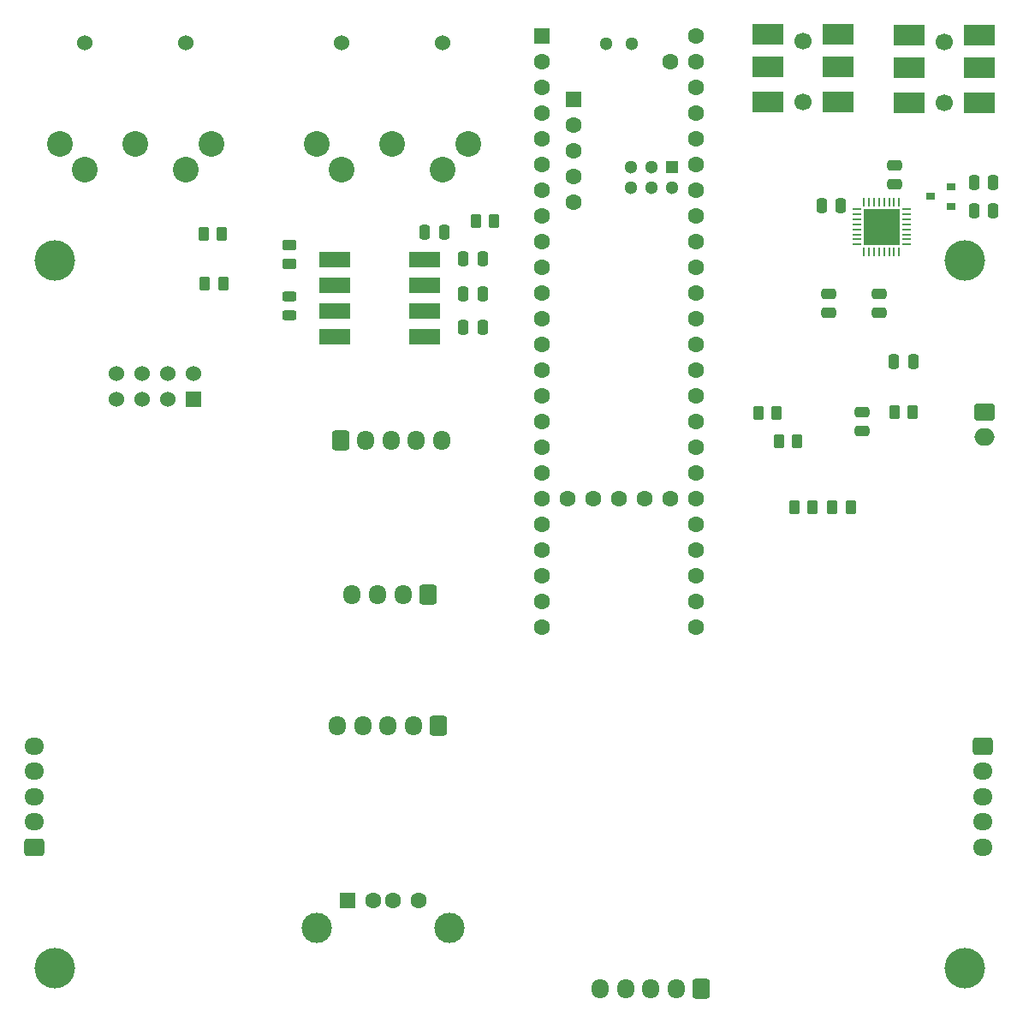
<source format=gbr>
%TF.GenerationSoftware,KiCad,Pcbnew,(6.0.1)*%
%TF.CreationDate,2022-04-22T15:57:16+02:00*%
%TF.ProjectId,BuitPCB,42756974-5043-4422-9e6b-696361645f70,rev?*%
%TF.SameCoordinates,Original*%
%TF.FileFunction,Soldermask,Top*%
%TF.FilePolarity,Negative*%
%FSLAX46Y46*%
G04 Gerber Fmt 4.6, Leading zero omitted, Abs format (unit mm)*
G04 Created by KiCad (PCBNEW (6.0.1)) date 2022-04-22 15:57:16*
%MOMM*%
%LPD*%
G01*
G04 APERTURE LIST*
G04 Aperture macros list*
%AMRoundRect*
0 Rectangle with rounded corners*
0 $1 Rounding radius*
0 $2 $3 $4 $5 $6 $7 $8 $9 X,Y pos of 4 corners*
0 Add a 4 corners polygon primitive as box body*
4,1,4,$2,$3,$4,$5,$6,$7,$8,$9,$2,$3,0*
0 Add four circle primitives for the rounded corners*
1,1,$1+$1,$2,$3*
1,1,$1+$1,$4,$5*
1,1,$1+$1,$6,$7*
1,1,$1+$1,$8,$9*
0 Add four rect primitives between the rounded corners*
20,1,$1+$1,$2,$3,$4,$5,0*
20,1,$1+$1,$4,$5,$6,$7,0*
20,1,$1+$1,$6,$7,$8,$9,0*
20,1,$1+$1,$8,$9,$2,$3,0*%
G04 Aperture macros list end*
%ADD10R,1.600000X1.600000*%
%ADD11C,1.600000*%
%ADD12R,1.300000X1.300000*%
%ADD13C,1.300000*%
%ADD14RoundRect,0.250000X-0.250000X-0.475000X0.250000X-0.475000X0.250000X0.475000X-0.250000X0.475000X0*%
%ADD15RoundRect,0.243750X-0.456250X0.243750X-0.456250X-0.243750X0.456250X-0.243750X0.456250X0.243750X0*%
%ADD16C,1.700000*%
%ADD17R,3.150000X2.000000*%
%ADD18RoundRect,0.250000X0.600000X0.725000X-0.600000X0.725000X-0.600000X-0.725000X0.600000X-0.725000X0*%
%ADD19O,1.700000X1.950000*%
%ADD20RoundRect,0.250000X0.450000X-0.262500X0.450000X0.262500X-0.450000X0.262500X-0.450000X-0.262500X0*%
%ADD21RoundRect,0.250000X0.262500X0.450000X-0.262500X0.450000X-0.262500X-0.450000X0.262500X-0.450000X0*%
%ADD22R,3.100000X1.600000*%
%ADD23RoundRect,0.062500X0.337500X0.062500X-0.337500X0.062500X-0.337500X-0.062500X0.337500X-0.062500X0*%
%ADD24RoundRect,0.062500X0.062500X0.337500X-0.062500X0.337500X-0.062500X-0.337500X0.062500X-0.337500X0*%
%ADD25R,3.600000X3.600000*%
%ADD26RoundRect,0.250000X0.725000X-0.600000X0.725000X0.600000X-0.725000X0.600000X-0.725000X-0.600000X0*%
%ADD27O,1.950000X1.700000*%
%ADD28C,1.524000*%
%ADD29C,2.540000*%
%ADD30C,3.000000*%
%ADD31R,0.900000X0.800000*%
%ADD32RoundRect,0.250000X0.475000X-0.250000X0.475000X0.250000X-0.475000X0.250000X-0.475000X-0.250000X0*%
%ADD33RoundRect,0.250000X-0.475000X0.250000X-0.475000X-0.250000X0.475000X-0.250000X0.475000X0.250000X0*%
%ADD34RoundRect,0.250000X-0.750000X0.600000X-0.750000X-0.600000X0.750000X-0.600000X0.750000X0.600000X0*%
%ADD35O,2.000000X1.700000*%
%ADD36RoundRect,0.250000X-0.262500X-0.450000X0.262500X-0.450000X0.262500X0.450000X-0.262500X0.450000X0*%
%ADD37RoundRect,0.250000X-0.725000X0.600000X-0.725000X-0.600000X0.725000X-0.600000X0.725000X0.600000X0*%
%ADD38R,1.524000X1.524000*%
%ADD39RoundRect,0.250000X0.250000X0.475000X-0.250000X0.475000X-0.250000X-0.475000X0.250000X-0.475000X0*%
%ADD40C,4.000000*%
%ADD41RoundRect,0.250000X-0.600000X-0.725000X0.600000X-0.725000X0.600000X0.725000X-0.600000X0.725000X0*%
G04 APERTURE END LIST*
D10*
%TO.C,U1*%
X153252200Y-52853800D03*
D11*
X153252200Y-55393800D03*
X153252200Y-57933800D03*
X153252200Y-60473800D03*
X153252200Y-63013800D03*
X153252200Y-65553800D03*
X153252200Y-68093800D03*
X153252200Y-70633800D03*
X153252200Y-73173800D03*
X153252200Y-75713800D03*
X153252200Y-78253800D03*
X153252200Y-80793800D03*
X153252200Y-83333800D03*
X153252200Y-85873800D03*
X153252200Y-88413800D03*
X153252200Y-90953800D03*
X153252200Y-93493800D03*
X153252200Y-96033800D03*
X153252200Y-98573800D03*
X153252200Y-101113800D03*
X153252200Y-103653800D03*
X153252200Y-106193800D03*
X153252200Y-108733800D03*
X153252200Y-111273800D03*
X168492200Y-111273800D03*
X168492200Y-108733800D03*
X168492200Y-106193800D03*
X168492200Y-103653800D03*
X168492200Y-101113800D03*
X168492200Y-98573800D03*
X168492200Y-96033800D03*
X168492200Y-93493800D03*
X168492200Y-90953800D03*
X168492200Y-88413800D03*
X168492200Y-85873800D03*
X168492200Y-83333800D03*
X168492200Y-80793800D03*
X168492200Y-78253800D03*
X168492200Y-75713800D03*
X168492200Y-73173800D03*
X168492200Y-70633800D03*
X168492200Y-68093800D03*
X168492200Y-65553800D03*
X168492200Y-63013800D03*
X168492200Y-60473800D03*
X168492200Y-57933800D03*
X168492200Y-55393800D03*
X168492200Y-52853800D03*
X165952200Y-55393800D03*
X155792200Y-98573800D03*
X158332200Y-98573800D03*
X160872200Y-98573800D03*
X163412200Y-98573800D03*
X165952200Y-98573800D03*
D10*
X156303000Y-59153000D03*
D11*
X156303000Y-61693000D03*
X156303000Y-64233000D03*
X156303000Y-66773000D03*
X156303000Y-69313000D03*
D12*
X166053800Y-65823800D03*
D13*
X164053800Y-65823800D03*
X162053800Y-65823800D03*
X162053800Y-67823800D03*
X164053800Y-67823800D03*
X166053800Y-67823800D03*
X162142200Y-53583800D03*
X159602200Y-53583800D03*
%TD*%
D14*
%TO.C,C1*%
X141637000Y-72234000D03*
X143537000Y-72234000D03*
%TD*%
%TO.C,C2*%
X195961000Y-70104000D03*
X197861000Y-70104000D03*
%TD*%
%TO.C,C3*%
X195961000Y-67310000D03*
X197861000Y-67310000D03*
%TD*%
D15*
%TO.C,D1*%
X128270000Y-78564500D03*
X128270000Y-80439500D03*
%TD*%
D16*
%TO.C,J4*%
X179000000Y-53376000D03*
X179000000Y-59376000D03*
D17*
X182475000Y-55876000D03*
X175525000Y-55876000D03*
X182475000Y-52676000D03*
X175525000Y-52676000D03*
X175525000Y-59376000D03*
X182475000Y-59376000D03*
%TD*%
D18*
%TO.C,J11*%
X141952000Y-108048000D03*
D19*
X139452000Y-108048000D03*
X136952000Y-108048000D03*
X134452000Y-108048000D03*
%TD*%
D20*
%TO.C,R1*%
X128270000Y-75334500D03*
X128270000Y-73509500D03*
%TD*%
D21*
%TO.C,R3*%
X121562500Y-72390000D03*
X119737500Y-72390000D03*
%TD*%
D22*
%TO.C,U2*%
X132715000Y-74930000D03*
X132715000Y-77470000D03*
X132715000Y-80010000D03*
X132715000Y-82550000D03*
X141605000Y-82550000D03*
X141605000Y-80010000D03*
X141605000Y-77470000D03*
X141605000Y-74930000D03*
%TD*%
D23*
%TO.C,U4*%
X189250000Y-73450000D03*
X189250000Y-72950000D03*
X189250000Y-72450000D03*
X189250000Y-71950000D03*
X189250000Y-71450000D03*
X189250000Y-70950000D03*
X189250000Y-70450000D03*
X189250000Y-69950000D03*
D24*
X188550000Y-69250000D03*
X188050000Y-69250000D03*
X187550000Y-69250000D03*
X187050000Y-69250000D03*
X186550000Y-69250000D03*
X186050000Y-69250000D03*
X185550000Y-69250000D03*
X185050000Y-69250000D03*
D23*
X184350000Y-69950000D03*
X184350000Y-70450000D03*
X184350000Y-70950000D03*
X184350000Y-71450000D03*
X184350000Y-71950000D03*
X184350000Y-72450000D03*
X184350000Y-72950000D03*
X184350000Y-73450000D03*
D24*
X185050000Y-74150000D03*
X185550000Y-74150000D03*
X186050000Y-74150000D03*
X186550000Y-74150000D03*
X187050000Y-74150000D03*
X187550000Y-74150000D03*
X188050000Y-74150000D03*
X188550000Y-74150000D03*
D25*
X186800000Y-71700000D03*
%TD*%
D26*
%TO.C,J5*%
X103000000Y-133000000D03*
D27*
X103000000Y-130500000D03*
X103000000Y-128000000D03*
X103000000Y-125500000D03*
X103000000Y-123000000D03*
%TD*%
D18*
%TO.C,J9*%
X169000000Y-147000000D03*
D19*
X166500000Y-147000000D03*
X164000000Y-147000000D03*
X161500000Y-147000000D03*
X159000000Y-147000000D03*
%TD*%
D18*
%TO.C,J12*%
X143000000Y-121000000D03*
D19*
X140500000Y-121000000D03*
X138000000Y-121000000D03*
X135500000Y-121000000D03*
X133000000Y-121000000D03*
%TD*%
D28*
%TO.C,J2*%
X118030000Y-53535000D03*
X108030000Y-53535000D03*
D29*
X120530000Y-63535000D03*
X118030000Y-66035000D03*
X113030000Y-63535000D03*
X108030000Y-66035000D03*
X105530000Y-63535000D03*
%TD*%
D10*
%TO.C,J3*%
X134000000Y-138253000D03*
D11*
X136500000Y-138253000D03*
X138500000Y-138253000D03*
X141000000Y-138253000D03*
D30*
X144070000Y-140963000D03*
X130930000Y-140963000D03*
%TD*%
D31*
%TO.C,U3*%
X193643000Y-69657000D03*
X193643000Y-67757000D03*
X191643000Y-68707000D03*
%TD*%
D32*
%TO.C,C4*%
X186595600Y-80220200D03*
X186595600Y-78320200D03*
%TD*%
%TO.C,C7*%
X181595600Y-80220200D03*
X181595600Y-78320200D03*
%TD*%
D33*
%TO.C,C8*%
X188087000Y-65598000D03*
X188087000Y-67498000D03*
%TD*%
D14*
%TO.C,C9*%
X180888600Y-69596000D03*
X182788600Y-69596000D03*
%TD*%
D33*
%TO.C,C11*%
X184835800Y-89982000D03*
X184835800Y-91882000D03*
%TD*%
D34*
%TO.C,J8*%
X197000000Y-90000000D03*
D35*
X197000000Y-92500000D03*
%TD*%
D36*
%TO.C,R14*%
X188087500Y-90000000D03*
X189912500Y-90000000D03*
%TD*%
D28*
%TO.C,J1*%
X133430000Y-53535000D03*
X143430000Y-53535000D03*
D29*
X145930000Y-63535000D03*
X143430000Y-66035000D03*
X138430000Y-63535000D03*
X133430000Y-66035000D03*
X130930000Y-63535000D03*
%TD*%
D37*
%TO.C,J7*%
X196850000Y-123000000D03*
D27*
X196850000Y-125500000D03*
X196850000Y-128000000D03*
X196850000Y-130500000D03*
X196850000Y-133000000D03*
%TD*%
D21*
%TO.C,R4*%
X148486500Y-71120000D03*
X146661500Y-71120000D03*
%TD*%
D28*
%TO.C,U6*%
X118711000Y-86204000D03*
X116171000Y-86204000D03*
X113631000Y-86204000D03*
X111091000Y-86204000D03*
X111091000Y-88744000D03*
X113631000Y-88744000D03*
X116171000Y-88744000D03*
D38*
X118711000Y-88744000D03*
%TD*%
D16*
%TO.C,J6*%
X193000000Y-59468000D03*
X193000000Y-53468000D03*
D17*
X189525000Y-55968000D03*
X196475000Y-55968000D03*
X189525000Y-52768000D03*
X196475000Y-52768000D03*
X196475000Y-59468000D03*
X189525000Y-59468000D03*
%TD*%
D14*
%TO.C,C10*%
X188050000Y-85000000D03*
X189950000Y-85000000D03*
%TD*%
D21*
%TO.C,R2*%
X121689500Y-77343000D03*
X119864500Y-77343000D03*
%TD*%
D39*
%TO.C,C6*%
X147347000Y-74901000D03*
X145447000Y-74901000D03*
%TD*%
D36*
%TO.C,R6*%
X174620200Y-90064800D03*
X176445200Y-90064800D03*
%TD*%
D39*
%TO.C,C12*%
X147347000Y-78330000D03*
X145447000Y-78330000D03*
%TD*%
D40*
%TO.C,*%
X105000000Y-75000000D03*
%TD*%
%TO.C,*%
X195000000Y-145000000D03*
%TD*%
D21*
%TO.C,R8*%
X183758500Y-99412000D03*
X181933500Y-99412000D03*
%TD*%
D39*
%TO.C,C5*%
X147347000Y-81632000D03*
X145447000Y-81632000D03*
%TD*%
D36*
%TO.C,R7*%
X178157500Y-99412000D03*
X179982500Y-99412000D03*
%TD*%
D40*
%TO.C,*%
X195000000Y-75000000D03*
%TD*%
%TO.C,REF\u002A\u002A*%
X105000000Y-145000000D03*
%TD*%
D41*
%TO.C,J10*%
X133300000Y-92800000D03*
D19*
X135800000Y-92800000D03*
X138300000Y-92800000D03*
X140800000Y-92800000D03*
X143300000Y-92800000D03*
%TD*%
D21*
%TO.C,R5*%
X178473400Y-92858800D03*
X176648400Y-92858800D03*
%TD*%
M02*

</source>
